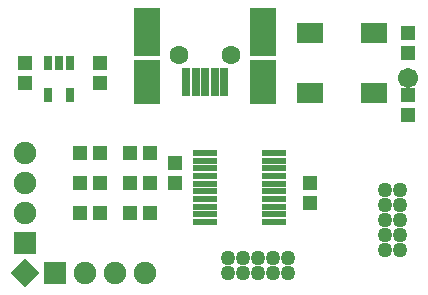
<source format=gbr>
G04 DipTrace Beta 2.9.0.0*
G04 TopMask.gbr*
%MOIN*%
G04 #@! TF.FileFunction,Soldermask,Top*
G04 #@! TF.Part,Single*
%AMOUTLINE1*5,1,4,0,0,0.099896,-2E-6.0*%
%ADD39C,0.067055*%
%ADD41R,0.031622X0.051307*%
%ADD43R,0.078866X0.023748*%
%ADD45R,0.08674X0.070992*%
%ADD47C,0.074929*%
%ADD49R,0.074929X0.074929*%
%ADD51C,0.05*%
%ADD53C,0.063118*%
%ADD55R,0.088709X0.161543*%
%ADD57R,0.088709X0.145795*%
%ADD59R,0.027685X0.096583*%
%ADD61R,0.051307X0.04737*%
%ADD63R,0.04737X0.051307*%
%ADD68OUTLINE1*%
%FSLAX26Y26*%
G04*
G70*
G90*
G75*
G01*
G04 TopMask*
%LPD*%
D63*
X675000Y625000D3*
Y691929D3*
X350000Y400000D3*
Y333071D3*
X-100000Y400000D3*
Y466929D3*
X-600000Y800000D3*
Y733071D3*
X-350000D3*
Y800000D3*
D61*
Y500000D3*
X-416929D3*
X-350000Y400000D3*
X-416929D3*
X-350000Y300000D3*
X-416929D3*
D59*
X63484Y737500D3*
X492D3*
X31988D3*
X-31004D3*
D57*
X-193406D3*
X194390D3*
D55*
Y904823D3*
X-193406D3*
D59*
X-62500Y737500D3*
D53*
X87106Y825020D3*
X-86122D3*
D51*
X600000Y375000D3*
X650000D3*
X600000Y325000D3*
X650000D3*
X600000Y275000D3*
X650000D3*
X600000Y225000D3*
X650000D3*
X600000Y175000D3*
X650000D3*
X75000Y100000D3*
Y150000D3*
X125000Y100000D3*
Y150000D3*
X175000Y100000D3*
Y150000D3*
X225000Y100000D3*
Y150000D3*
X275000Y100000D3*
Y150000D3*
D49*
X-500000Y100000D3*
D47*
X-400000D3*
X-300000D3*
X-200000D3*
D49*
X-600000Y200000D3*
D47*
Y300000D3*
Y400000D3*
Y500000D3*
D61*
X-250000D3*
X-183071D3*
X-250000Y400000D3*
X-183071D3*
X-250000Y300000D3*
X-183071D3*
D63*
X675000Y833071D3*
Y900000D3*
D45*
X350197D3*
X562795D3*
X350197Y700000D3*
X562795D3*
D43*
X0Y500000D3*
Y474409D3*
Y448819D3*
Y423228D3*
Y397638D3*
Y372047D3*
Y346457D3*
Y320866D3*
Y295276D3*
Y269685D3*
X228354D3*
X228346Y295276D3*
Y320866D3*
Y346457D3*
Y372047D3*
Y397638D3*
Y423228D3*
Y448819D3*
Y474409D3*
Y500000D3*
D41*
X-450000Y800000D3*
X-487402D3*
X-524803D3*
Y693701D3*
X-450000D3*
D68*
X-600000Y100000D3*
D39*
X675000Y750000D3*
M02*

</source>
